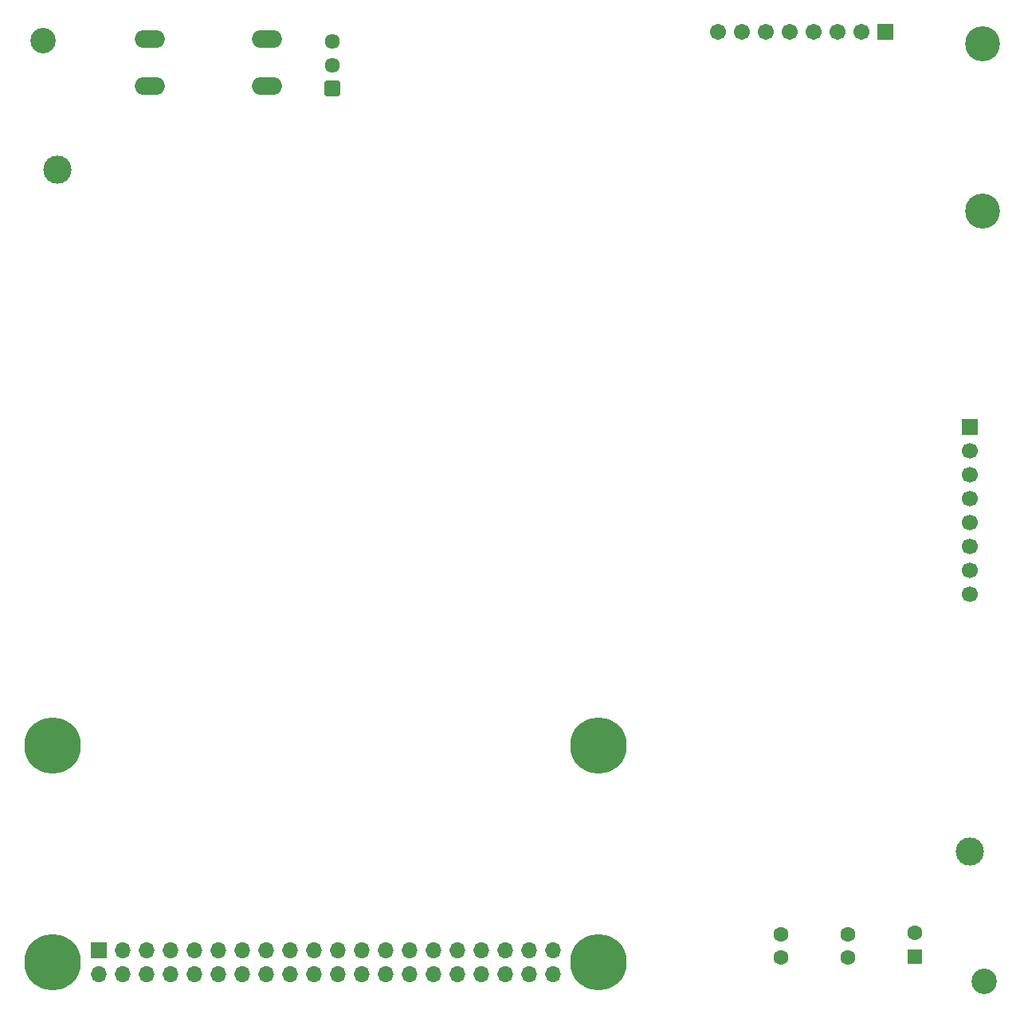
<source format=gbr>
%TF.GenerationSoftware,KiCad,Pcbnew,9.0.2*%
%TF.CreationDate,2025-07-02T14:38:08-04:00*%
%TF.ProjectId,PaperCam_Kicad,50617065-7243-4616-9d5f-4b696361642e,rev?*%
%TF.SameCoordinates,Original*%
%TF.FileFunction,Soldermask,Top*%
%TF.FilePolarity,Negative*%
%FSLAX46Y46*%
G04 Gerber Fmt 4.6, Leading zero omitted, Abs format (unit mm)*
G04 Created by KiCad (PCBNEW 9.0.2) date 2025-07-02 14:38:08*
%MOMM*%
%LPD*%
G01*
G04 APERTURE LIST*
G04 Aperture macros list*
%AMRoundRect*
0 Rectangle with rounded corners*
0 $1 Rounding radius*
0 $2 $3 $4 $5 $6 $7 $8 $9 X,Y pos of 4 corners*
0 Add a 4 corners polygon primitive as box body*
4,1,4,$2,$3,$4,$5,$6,$7,$8,$9,$2,$3,0*
0 Add four circle primitives for the rounded corners*
1,1,$1+$1,$2,$3*
1,1,$1+$1,$4,$5*
1,1,$1+$1,$6,$7*
1,1,$1+$1,$8,$9*
0 Add four rect primitives between the rounded corners*
20,1,$1+$1,$2,$3,$4,$5,0*
20,1,$1+$1,$4,$5,$6,$7,0*
20,1,$1+$1,$6,$7,$8,$9,0*
20,1,$1+$1,$8,$9,$2,$3,0*%
G04 Aperture macros list end*
%ADD10C,1.600000*%
%ADD11RoundRect,0.250000X0.550000X-0.550000X0.550000X0.550000X-0.550000X0.550000X-0.550000X-0.550000X0*%
%ADD12C,2.700000*%
%ADD13C,6.000000*%
%ADD14R,1.700000X1.700000*%
%ADD15O,1.700000X1.700000*%
%ADD16RoundRect,0.102000X0.754000X0.754000X-0.754000X0.754000X-0.754000X-0.754000X0.754000X-0.754000X0*%
%ADD17C,1.712000*%
%ADD18C,3.720000*%
%ADD19C,3.000000*%
%ADD20RoundRect,0.102000X0.704000X-0.704000X0.704000X0.704000X-0.704000X0.704000X-0.704000X-0.704000X0*%
%ADD21C,1.612000*%
%ADD22C,1.700000*%
%ADD23O,3.200000X1.900000*%
G04 APERTURE END LIST*
D10*
%TO.C,C1*%
X83343750Y-102512500D03*
X83343750Y-100012500D03*
%TD*%
D11*
%TO.C,C3*%
X97631250Y-102393750D03*
D10*
X97631250Y-99893750D03*
%TD*%
D12*
%TO.C,H1*%
X5000000Y-5000000D03*
%TD*%
%TO.C,H2*%
X105000000Y-105000000D03*
%TD*%
D10*
%TO.C,C2*%
X90487500Y-102512500D03*
X90487500Y-100012500D03*
%TD*%
D13*
%TO.C,RaspberryPiGPIO1*%
X5993750Y-103012500D03*
X63993750Y-103012500D03*
X5993750Y-80012500D03*
X63993750Y-80012500D03*
D14*
X10863750Y-101742500D03*
D15*
X10863750Y-104282500D03*
X13403750Y-101742500D03*
X13403750Y-104282500D03*
X15943750Y-101742500D03*
X15943750Y-104282500D03*
X18483750Y-101742500D03*
X18483750Y-104282500D03*
X21023750Y-101742500D03*
X21023750Y-104282500D03*
X23563750Y-101742500D03*
X23563750Y-104282500D03*
X26103750Y-101742500D03*
X26103750Y-104282500D03*
X28643750Y-101742500D03*
X28643750Y-104282500D03*
X31183750Y-101742500D03*
X31183750Y-104282500D03*
X33723750Y-101742500D03*
X33723750Y-104282500D03*
X36263750Y-101742500D03*
X36263750Y-104282500D03*
X38803750Y-101742500D03*
X38803750Y-104282500D03*
X41343750Y-101742500D03*
X41343750Y-104282500D03*
X43883750Y-101742500D03*
X43883750Y-104282500D03*
X46423750Y-101742500D03*
X46423750Y-104282500D03*
X48963750Y-101742500D03*
X48963750Y-104282500D03*
X51503750Y-101742500D03*
X51503750Y-104282500D03*
X54043750Y-101742500D03*
X54043750Y-104282500D03*
X56583750Y-101742500D03*
X56583750Y-104282500D03*
X59123750Y-101742500D03*
X59123750Y-104282500D03*
%TD*%
D16*
%TO.C,U1*%
X94488000Y-4127500D03*
D17*
X91948000Y-4127500D03*
X89408000Y-4127500D03*
X86868000Y-4127500D03*
X84328000Y-4127500D03*
X81788000Y-4127500D03*
X79248000Y-4127500D03*
X76708000Y-4127500D03*
D18*
X104775000Y-5397500D03*
X104775000Y-23177500D03*
%TD*%
D19*
%TO.C,H3*%
X103428148Y-91202021D03*
%TD*%
D20*
%TO.C,PowerSwitch1*%
X35694745Y-10142305D03*
D21*
X35694745Y-7642305D03*
X35694745Y-5142305D03*
%TD*%
D14*
%TO.C,Display1*%
X103460219Y-46071437D03*
D22*
X103460219Y-48611437D03*
X103460219Y-51151437D03*
X103460219Y-53691437D03*
X103460219Y-56231437D03*
X103460219Y-58771437D03*
X103460219Y-61311437D03*
X103460219Y-63851437D03*
%TD*%
D23*
%TO.C,CameraButton1*%
X28791828Y-4908870D03*
X16291828Y-4908870D03*
X28791828Y-9908870D03*
X16291828Y-9908870D03*
%TD*%
D19*
%TO.C,H4*%
X6502751Y-18739839D03*
%TD*%
M02*

</source>
